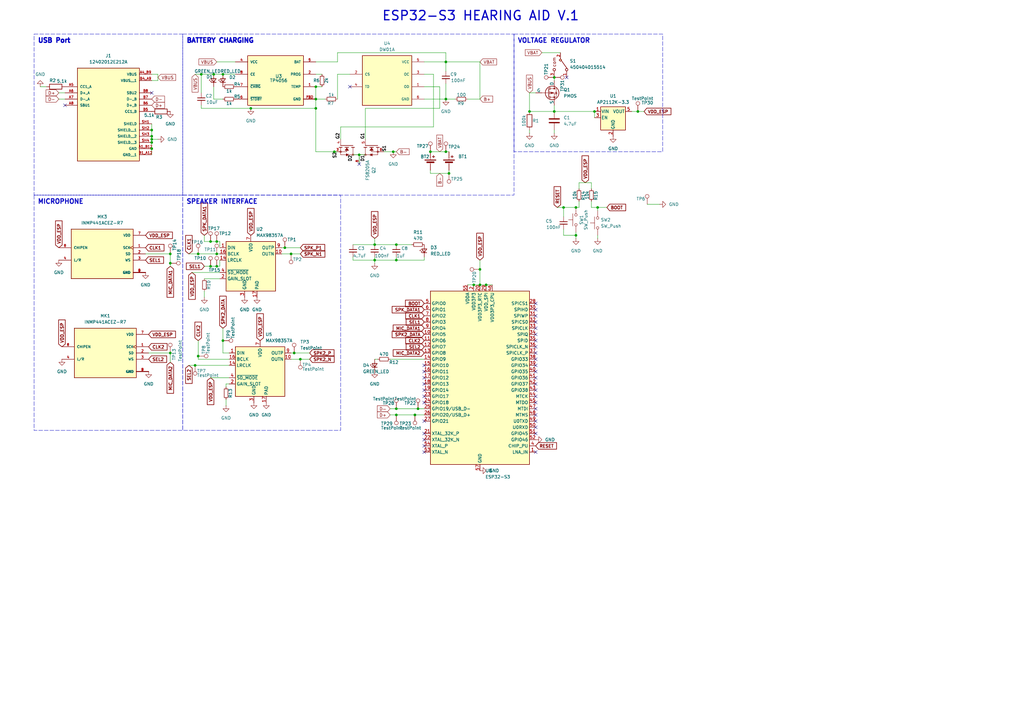
<source format=kicad_sch>
(kicad_sch (version 20231120) (generator "eeschema") (generator_version "8.0")
  (paper "A3")
  (junction (at 182.88 62.23))
  (junction (at 236.22 96.52))
  (junction (at 102.87 44.45))
  (junction (at 227.33 45.72))
  (junction (at 86.36 99.06))
  (junction (at 162.56 100.33))
  (junction (at 88.9 104.14))
  (junction (at 62.23 58.42))
  (junction (at 69.85 107.95))
  (junction (at 88.9 109.22))
  (junction (at 62.23 60.96))
  (junction (at 147.32 63.5))
  (junction (at 236.22 85.09))
  (junction (at 227.33 31.75))
  (junction (at 217.17 45.72))
  (junction (at 261.62 45.72))
  (junction (at 245.11 85.09))
  (junction (at 182.88 25.4))
  (junction (at 161.29 62.23))
  (junction (at 129.54 40.64))
  (junction (at 123.19 147.32))
  (junction (at 120.65 144.78))
  (junction (at 162.56 170.18))
  (junction (at 196.85 116.84))
  (junction (at 62.23 57.15))
  (junction (at 62.23 53.34))
  (junction (at 86.36 109.22))
  (junction (at 243.84 45.72))
  (junction (at 199.39 116.84))
  (junction (at 80.01 149.86))
  (junction (at 170.18 170.18))
  (junction (at 129.54 35.56))
  (junction (at 231.14 85.09))
  (junction (at 116.84 101.6))
  (junction (at 119.38 104.14))
  (junction (at 69.85 104.14))
  (junction (at 129.54 44.45))
  (junction (at 81.28 104.14))
  (junction (at 91.44 139.7))
  (junction (at 81.28 146.05))
  (junction (at 194.31 116.84))
  (junction (at 196.85 110.49))
  (junction (at 62.23 55.88))
  (junction (at 171.45 167.64))
  (junction (at 82.55 30.48))
  (junction (at 184.15 71.12))
  (junction (at 91.44 30.48))
  (junction (at 176.53 62.23))
  (junction (at 88.9 99.06))
  (junction (at 182.88 40.64))
  (junction (at 162.56 106.68))
  (junction (at 153.67 100.33))
  (junction (at 137.16 62.23))
  (junction (at 69.85 144.78))
  (junction (at 87.63 30.48))
  (junction (at 153.67 106.68))
  (junction (at 162.56 167.64))
  (no_connect (at 219.71 139.7))
  (no_connect (at 219.71 154.94))
  (no_connect (at 219.71 160.02))
  (no_connect (at 173.99 177.8))
  (no_connect (at 219.71 167.64))
  (no_connect (at 219.71 165.1))
  (no_connect (at 173.99 172.72))
  (no_connect (at 173.99 185.42))
  (no_connect (at 219.71 170.18))
  (no_connect (at 219.71 175.26))
  (no_connect (at 219.71 147.32))
  (no_connect (at 219.71 124.46))
  (no_connect (at 219.71 177.8))
  (no_connect (at 232.41 31.75))
  (no_connect (at 219.71 137.16))
  (no_connect (at 219.71 127))
  (no_connect (at 173.99 162.56))
  (no_connect (at 219.71 152.4))
  (no_connect (at 219.71 142.24))
  (no_connect (at 173.99 149.86))
  (no_connect (at 143.51 35.56))
  (no_connect (at 173.99 182.88))
  (no_connect (at 219.71 172.72))
  (no_connect (at 173.99 180.34))
  (no_connect (at 219.71 144.78))
  (no_connect (at 26.67 43.18))
  (no_connect (at 173.99 165.1))
  (no_connect (at 173.99 152.4))
  (no_connect (at 62.23 38.1))
  (no_connect (at 219.71 185.42))
  (no_connect (at 173.99 154.94))
  (no_connect (at 147.32 67.31))
  (no_connect (at 173.99 157.48))
  (no_connect (at 219.71 162.56))
  (no_connect (at 173.99 160.02))
  (no_connect (at 219.71 157.48))
  (no_connect (at 219.71 129.54))
  (no_connect (at 219.71 132.08))
  (no_connect (at 219.71 149.86))
  (no_connect (at 219.71 134.62))
  (wire (pts (xy 87.63 35.56) (xy 87.63 40.64)))
  (wire (pts (xy 62.23 55.88) (xy 62.23 57.15)))
  (wire (pts (xy 182.88 21.59) (xy 182.88 25.4)))
  (wire (pts (xy 129.54 35.56) (xy 129.54 40.64)))
  (wire (pts (xy 69.85 104.14) (xy 59.69 104.14)))
  (wire (pts (xy 160.02 167.64) (xy 162.56 167.64)))
  (wire (pts (xy 139.7 52.07) (xy 139.7 57.15)))
  (wire (pts (xy 77.47 149.86) (xy 80.01 149.86)))
  (wire (pts (xy 138.43 25.4) (xy 138.43 21.59)))
  (wire (pts (xy 231.14 93.98) (xy 231.14 96.52)))
  (wire (pts (xy 64.77 30.48) (xy 64.77 33.02)))
  (wire (pts (xy 77.47 104.14) (xy 81.28 104.14)))
  (wire (pts (xy 245.11 85.09) (xy 248.92 85.09)))
  (wire (pts (xy 177.8 30.48) (xy 177.8 52.07)))
  (wire (pts (xy 69.85 107.95) (xy 69.85 104.14)))
  (wire (pts (xy 196.85 116.84) (xy 199.39 116.84)))
  (wire (pts (xy 88.9 99.06) (xy 90.17 99.06)))
  (wire (pts (xy 160.02 170.18) (xy 162.56 170.18)))
  (wire (pts (xy 157.48 62.23) (xy 161.29 62.23)))
  (wire (pts (xy 82.55 30.48) (xy 82.55 38.1)))
  (wire (pts (xy 245.11 97.79) (xy 245.11 96.52)))
  (wire (pts (xy 191.77 40.64) (xy 196.85 40.64)))
  (wire (pts (xy 91.44 30.48) (xy 96.52 30.48)))
  (wire (pts (xy 64.77 57.15) (xy 62.23 57.15)))
  (wire (pts (xy 196.85 106.68) (xy 196.85 110.49)))
  (wire (pts (xy 86.36 154.94) (xy 93.98 154.94)))
  (wire (pts (xy 92.71 157.48) (xy 92.71 158.75)))
  (wire (pts (xy 81.28 104.14) (xy 88.9 104.14)))
  (wire (pts (xy 78.74 111.76) (xy 90.17 111.76)))
  (wire (pts (xy 123.19 101.6) (xy 116.84 101.6)))
  (wire (pts (xy 231.14 85.09) (xy 231.14 88.9)))
  (wire (pts (xy 83.82 96.52) (xy 83.82 99.06)))
  (wire (pts (xy 149.86 57.15) (xy 149.86 44.45)))
  (wire (pts (xy 149.86 44.45) (xy 180.34 44.45)))
  (wire (pts (xy 217.17 45.72) (xy 227.33 45.72)))
  (wire (pts (xy 173.99 40.64) (xy 182.88 40.64)))
  (wire (pts (xy 236.22 85.09) (xy 237.49 85.09)))
  (wire (pts (xy 123.19 147.32) (xy 119.38 147.32)))
  (wire (pts (xy 261.62 45.72) (xy 259.08 45.72)))
  (wire (pts (xy 83.82 109.22) (xy 86.36 109.22)))
  (wire (pts (xy 69.85 144.78) (xy 60.96 144.78)))
  (wire (pts (xy 176.53 69.85) (xy 176.53 71.12)))
  (wire (pts (xy 264.16 45.72) (xy 261.62 45.72)))
  (wire (pts (xy 161.29 62.23) (xy 162.56 62.23)))
  (wire (pts (xy 236.22 95.25) (xy 236.22 96.52)))
  (wire (pts (xy 237.49 74.93) (xy 242.57 74.93)))
  (wire (pts (xy 129.54 40.64) (xy 129.54 44.45)))
  (wire (pts (xy 180.34 44.45) (xy 180.34 35.56)))
  (wire (pts (xy 242.57 82.55) (xy 242.57 85.09)))
  (wire (pts (xy 227.33 54.61) (xy 227.33 53.34)))
  (wire (pts (xy 90.17 99.06) (xy 90.17 101.6)))
  (wire (pts (xy 144.78 63.5) (xy 147.32 63.5)))
  (wire (pts (xy 227.33 33.02) (xy 227.33 31.75)))
  (wire (pts (xy 83.82 121.92) (xy 83.82 119.38)))
  (wire (pts (xy 62.23 53.34) (xy 62.23 55.88)))
  (wire (pts (xy 173.99 105.41) (xy 173.99 106.68)))
  (wire (pts (xy 180.34 35.56) (xy 173.99 35.56)))
  (wire (pts (xy 162.56 167.64) (xy 171.45 167.64)))
  (wire (pts (xy 82.55 44.45) (xy 102.87 44.45)))
  (wire (pts (xy 228.6 85.09) (xy 231.14 85.09)))
  (wire (pts (xy 116.84 101.6) (xy 115.57 101.6)))
  (wire (pts (xy 83.82 99.06) (xy 86.36 99.06)))
  (wire (pts (xy 162.56 106.68) (xy 162.56 105.41)))
  (wire (pts (xy 69.85 109.22) (xy 69.85 107.95)))
  (wire (pts (xy 90.17 109.22) (xy 90.17 106.68)))
  (wire (pts (xy 144.78 106.68) (xy 144.78 105.41)))
  (wire (pts (xy 138.43 40.64) (xy 138.43 30.48)))
  (wire (pts (xy 81.28 147.32) (xy 93.98 147.32)))
  (wire (pts (xy 129.54 44.45) (xy 129.54 62.23)))
  (wire (pts (xy 120.65 144.78) (xy 119.38 144.78)))
  (wire (pts (xy 91.44 134.62) (xy 91.44 139.7)))
  (wire (pts (xy 243.84 45.72) (xy 243.84 48.26)))
  (wire (pts (xy 176.53 71.12) (xy 184.15 71.12)))
  (wire (pts (xy 24.13 40.64) (xy 26.67 40.64)))
  (wire (pts (xy 196.85 25.4) (xy 196.85 40.64)))
  (wire (pts (xy 83.82 114.3) (xy 90.17 114.3)))
  (wire (pts (xy 217.17 38.1) (xy 217.17 45.72)))
  (wire (pts (xy 170.18 170.18) (xy 173.99 170.18)))
  (wire (pts (xy 62.23 33.02) (xy 64.77 33.02)))
  (wire (pts (xy 62.23 57.15) (xy 62.23 58.42)))
  (wire (pts (xy 219.71 38.1) (xy 217.17 38.1)))
  (wire (pts (xy 127 144.78) (xy 120.65 144.78)))
  (wire (pts (xy 237.49 82.55) (xy 237.49 85.09)))
  (wire (pts (xy 173.99 106.68) (xy 162.56 106.68)))
  (wire (pts (xy 82.55 30.48) (xy 87.63 30.48)))
  (wire (pts (xy 182.88 34.29) (xy 182.88 40.64)))
  (wire (pts (xy 93.98 157.48) (xy 92.71 157.48)))
  (wire (pts (xy 194.31 116.84) (xy 196.85 116.84)))
  (wire (pts (xy 182.88 25.4) (xy 196.85 25.4)))
  (wire (pts (xy 88.9 109.22) (xy 90.17 109.22)))
  (wire (pts (xy 217.17 54.61) (xy 217.17 53.34)))
  (wire (pts (xy 91.44 139.7) (xy 91.44 144.78)))
  (wire (pts (xy 162.56 170.18) (xy 170.18 170.18)))
  (wire (pts (xy 154.94 147.32) (xy 153.67 147.32)))
  (wire (pts (xy 171.45 167.64) (xy 173.99 167.64)))
  (wire (pts (xy 138.43 62.23) (xy 137.16 62.23)))
  (wire (pts (xy 184.15 71.12) (xy 184.15 69.85)))
  (wire (pts (xy 26.67 38.1) (xy 24.13 38.1)))
  (wire (pts (xy 129.54 40.64) (xy 133.35 40.64)))
  (wire (pts (xy 80.01 149.86) (xy 93.98 149.86)))
  (wire (pts (xy 119.38 104.14) (xy 123.19 104.14)))
  (wire (pts (xy 227.33 43.18) (xy 227.33 45.72)))
  (wire (pts (xy 153.67 100.33) (xy 162.56 100.33)))
  (wire (pts (xy 153.67 97.79) (xy 153.67 100.33)))
  (wire (pts (xy 144.78 106.68) (xy 153.67 106.68)))
  (wire (pts (xy 91.44 144.78) (xy 93.98 144.78)))
  (wire (pts (xy 231.14 85.09) (xy 236.22 85.09)))
  (wire (pts (xy 129.54 62.23) (xy 137.16 62.23)))
  (wire (pts (xy 177.8 52.07) (xy 139.7 52.07)))
  (wire (pts (xy 191.77 116.84) (xy 194.31 116.84)))
  (wire (pts (xy 82.55 43.18) (xy 82.55 44.45)))
  (wire (pts (xy 242.57 85.09) (xy 245.11 85.09)))
  (wire (pts (xy 162.56 100.33) (xy 168.91 100.33)))
  (wire (pts (xy 129.54 35.56) (xy 132.08 35.56)))
  (wire (pts (xy 86.36 99.06) (xy 88.9 99.06)))
  (wire (pts (xy 129.54 25.4) (xy 138.43 25.4)))
  (wire (pts (xy 144.78 100.33) (xy 153.67 100.33)))
  (wire (pts (xy 62.23 50.8) (xy 62.23 53.34)))
  (wire (pts (xy 87.63 30.48) (xy 91.44 30.48)))
  (wire (pts (xy 153.67 107.95) (xy 153.67 106.68)))
  (wire (pts (xy 147.32 63.5) (xy 149.86 63.5)))
  (wire (pts (xy 86.36 109.22) (xy 88.9 109.22)))
  (wire (pts (xy 242.57 74.93) (xy 242.57 77.47)))
  (wire (pts (xy 138.43 30.48) (xy 143.51 30.48)))
  (wire (pts (xy 245.11 86.36) (xy 245.11 85.09)))
  (wire (pts (xy 160.02 147.32) (xy 173.99 147.32)))
  (wire (pts (xy 81.28 146.05) (xy 81.28 147.32)))
  (wire (pts (xy 199.39 116.84) (xy 201.93 116.84)))
  (wire (pts (xy 147.32 63.5) (xy 147.32 67.31)))
  (wire (pts (xy 123.19 147.32) (xy 127 147.32)))
  (wire (pts (xy 182.88 62.23) (xy 184.15 62.23)))
  (wire (pts (xy 153.67 106.68) (xy 162.56 106.68)))
  (wire (pts (xy 237.49 77.47) (xy 237.49 74.93)))
  (wire (pts (xy 182.88 25.4) (xy 182.88 29.21)))
  (wire (pts (xy 222.25 21.59) (xy 229.87 21.59)))
  (wire (pts (xy 265.43 83.82) (xy 270.51 83.82)))
  (wire (pts (xy 88.9 25.4) (xy 96.52 25.4)))
  (wire (pts (xy 16.51 35.56) (xy 19.05 35.56)))
  (wire (pts (xy 129.54 30.48) (xy 132.08 30.48)))
  (wire (pts (xy 153.67 106.68) (xy 153.67 105.41)))
  (wire (pts (xy 236.22 96.52) (xy 236.22 97.79)))
  (wire (pts (xy 119.38 104.14) (xy 115.57 104.14)))
  (wire (pts (xy 227.33 45.72) (xy 243.84 45.72)))
  (wire (pts (xy 87.63 40.64) (xy 91.44 40.64)))
  (wire (pts (xy 92.71 166.37) (xy 92.71 163.83)))
  (wire (pts (xy 62.23 58.42) (xy 62.23 60.96)))
  (wire (pts (xy 182.88 40.64) (xy 186.69 40.64)))
  (wire (pts (xy 62.23 30.48) (xy 64.77 30.48)))
  (wire (pts (xy 102.87 44.45) (xy 129.54 44.45)))
  (wire (pts (xy 138.43 21.59) (xy 182.88 21.59)))
  (wire (pts (xy 80.01 30.48) (xy 82.55 30.48)))
  (wire (pts (xy 173.99 30.48) (xy 177.8 30.48)))
  (wire (pts (xy 81.28 139.7) (xy 81.28 146.05)))
  (wire (pts (xy 62.23 60.96) (xy 62.23 63.5)))
  (wire (pts (xy 173.99 25.4) (xy 182.88 25.4)))
  (wire (pts (xy 88.9 104.14) (xy 90.17 104.14)))
  (wire (pts (xy 69.85 148.59) (xy 69.85 144.78)))
  (wire (pts (xy 196.85 110.49) (xy 196.85 116.84)))
  (wire (pts (xy 231.14 96.52) (xy 236.22 96.52)))
  (wire (pts (xy 176.53 62.23) (xy 182.88 62.23)))
  (rectangle (start 74.93 13.97) (end 210.82 80.01) (stroke (width 0) (type dash)))
  (rectangle (start 74.93 80.01) (end 139.7 176.53) (stroke (width 0) (type dash)))
  (rectangle (start 210.82 13.97) (end 271.78 62.23) (stroke (width 0) (type dash)))
  (rectangle (start 13.97 13.97) (end 74.93 80.01) (stroke (width 0) (type dash)))
  (rectangle (start 13.97 80.01) (end 74.93 176.53) (stroke (width 0) (type dash)))
  (text_box "BATTERY CHARGING" (at 74.93 13.97 0) (size 31.75 5.08) (stroke (width -0.0001)) (effects (font (size 1.905 1.905) (thickness 0.508) (bold yes)) (justify left top)))
  (text_box "MICROPHONE\n" (at 13.97 80.01 0) (size 33.02 5.08) (stroke (width -0.0001)) (effects (font (size 1.905 1.905) (thickness 0.381) (bold yes)) (justify left top)))
  (text_box "SPEAKER INTERFACE\n" (at 74.93 80.01 0) (size 35.56 5.08) (stroke (width -0.0001)) (effects (font (size 1.905 1.905) (thickness 0.381) (bold yes)) (justify left top)))
  (text_box "VOLTAGE REGULATOR\n" (at 210.82 13.97 0) (size 33.02 5.08) (stroke (width -0.0001)) (effects (font (size 1.905 1.905) (thickness 0.381) (bold yes)) (justify left top)))
  (text_box "USB Port\n" (at 13.97 13.97 0) (size 26.67 5.08) (stroke (width -0.0001)) (effects (font (size 1.905 1.905) (thickness 0.508) (bold yes)) (justify left top)))
  (text_box "ESP32-S3 HEARING AID V.1" (at 153.67 1.27 0) (size 91.44 8.89) (stroke (width -0.0001)) (effects (font (size 3.81 3.81) (thickness 0.508) (bold yes)) (justify left top)))
  (label "G2" (at 139.7 57.15 90) (effects (font (bold yes))))
  (label "D1" (at 149.86 63.5 270) (effects (font (bold yes))))
  (label "G1" (at 149.86 57.15 90) (effects (font (bold yes))))
  (label "S1" (at 158.75 62.23 90) (effects (font (bold yes))))
  (label "S2" (at 138.43 62.23 270) (effects (font (bold yes))))
  (label "D2" (at 144.78 63.5 270) (effects (font (bold yes))))
  (global_label "VDD_ESP" (shape input) (at 196.85 106.68 90) (effects (font (bold yes))) (property "Intersheetrefs" "${INTERSHEET_REFS}" (effects (hide yes))))
  (global_label "CLK1" (shape input) (at 59.69 101.6 0) (effects (font (bold yes))) (property "Intersheetrefs" "${INTERSHEET_REFS}" (effects (hide yes))))
  (global_label "VDD_ESP" (shape input) (at 102.87 96.52 90) (effects (font (bold yes))) (property "Intersheetrefs" "${INTERSHEET_REFS}" (effects (hide yes))))
  (global_label "SEL2" (shape input) (at 60.96 147.32 0) (effects (font (bold yes))) (property "Intersheetrefs" "${INTERSHEET_REFS}" (effects (hide yes))))
  (global_label "MIC_DATA1" (shape input) (at 173.99 134.62 180) (effects (font (bold yes))) (property "Intersheetrefs" "${INTERSHEET_REFS}" (effects (hide yes))))
  (global_label "VDD_ESP" (shape input) (at 25.4 142.24 90) (effects (font (bold yes))) (property "Intersheetrefs" "${INTERSHEET_REFS}" (effects (hide yes))))
  (global_label "MIC_DATA2" (shape input) (at 69.85 148.59 270) (effects (font (bold yes))) (property "Intersheetrefs" "${INTERSHEET_REFS}" (effects (hide yes))))
  (global_label "CLK2" (shape input) (at 173.99 139.7 180) (effects (font (bold yes))) (property "Intersheetrefs" "${INTERSHEET_REFS}" (effects (hide yes))))
  (global_label "D-" (shape input) (at 24.13 40.64 180) (property "Intersheetrefs" "${INTERSHEET_REFS}" (effects (hide yes))))
  (global_label "SEL2" (shape input) (at 173.99 142.24 180) (effects (font (bold yes))) (property "Intersheetrefs" "${INTERSHEET_REFS}" (effects (hide yes))))
  (global_label "D-" (shape input) (at 160.02 167.64 180) (property "Intersheetrefs" "${INTERSHEET_REFS}" (effects (hide yes))))
  (global_label "CLK2" (shape input) (at 81.28 139.7 90) (effects (font (bold yes))) (property "Intersheetrefs" "${INTERSHEET_REFS}" (effects (hide yes))))
  (global_label "VDD_ESP" (shape input) (at 106.68 139.7 90) (effects (font (bold yes))) (property "Intersheetrefs" "${INTERSHEET_REFS}" (effects (hide yes))))
  (global_label "SEL1" (shape input) (at 173.99 132.08 180) (effects (font (bold yes))) (property "Intersheetrefs" "${INTERSHEET_REFS}" (effects (hide yes))))
  (global_label "SPK2_N" (shape input) (at 127 147.32 0) (effects (font (bold yes))) (property "Intersheetrefs" "${INTERSHEET_REFS}" (effects (hide yes))))
  (global_label "VDD_ESP" (shape input) (at 78.74 111.76 270) (effects (font (bold yes))) (property "Intersheetrefs" "${INTERSHEET_REFS}" (effects (hide yes))))
  (global_label "SEL1" (shape input) (at 83.82 109.22 180) (effects (font (bold yes))) (property "Intersheetrefs" "${INTERSHEET_REFS}" (effects (hide yes))))
  (global_label "MIC_DATA2" (shape input) (at 173.99 144.78 180) (effects (font (bold yes))) (property "Intersheetrefs" "${INTERSHEET_REFS}" (effects (hide yes))))
  (global_label "BOOT" (shape input) (at 248.92 85.09 0) (effects (font (bold yes))) (property "Intersheetrefs" "${INTERSHEET_REFS}" (effects (hide yes))))
  (global_label "SEL1" (shape input) (at 59.69 106.68 0) (effects (font (bold yes))) (property "Intersheetrefs" "${INTERSHEET_REFS}" (effects (hide yes))))
  (global_label "VDD_ESP" (shape input) (at 240.03 74.93 90) (effects (font (bold yes))) (property "Intersheetrefs" "${INTERSHEET_REFS}" (effects (hide yes))))
  (global_label "D+" (shape input) (at 24.13 38.1 180) (property "Intersheetrefs" "${INTERSHEET_REFS}" (effects (hide yes))))
  (global_label "SPK2_DATA" (shape input) (at 173.99 137.16 180) (effects (font (bold yes))) (property "Intersheetrefs" "${INTERSHEET_REFS}" (effects (hide yes))))
  (global_label "B+" (shape input) (at 196.85 40.64 0) (property "Intersheetrefs" "${INTERSHEET_REFS}" (effects (hide yes))))
  (global_label "VBUS" (shape input) (at 80.01 30.48 270) (property "Intersheetrefs" "${INTERSHEET_REFS}" (effects (hide yes))))
  (global_label "D+" (shape input) (at 160.02 170.18 180) (property "Intersheetrefs" "${INTERSHEET_REFS}" (effects (hide yes))))
  (global_label "VDD_ESP" (shape input) (at 264.16 45.72 0) (effects (font (bold yes))) (property "Intersheetrefs" "${INTERSHEET_REFS}" (effects (hide yes))))
  (global_label "SPK_DATA1" (shape input) (at 173.99 127 180) (effects (font (bold yes))) (property "Intersheetrefs" "${INTERSHEET_REFS}" (effects (hide yes))))
  (global_label "CLK1" (shape input) (at 173.99 129.54 180) (effects (font (bold yes))) (property "Intersheetrefs" "${INTERSHEET_REFS}" (effects (hide yes))))
  (global_label "VBAT" (shape input) (at 196.85 25.4 0) (property "Intersheetrefs" "${INTERSHEET_REFS}" (effects (hide yes))))
  (global_label "VBUS" (shape input) (at 217.17 38.1 90) (property "Intersheetrefs" "${INTERSHEET_REFS}" (effects (hide yes))))
  (global_label "VDD_ESP" (shape input) (at 59.69 96.52 0) (effects (font (bold yes))) (property "Intersheetrefs" "${INTERSHEET_REFS}" (effects (hide yes))))
  (global_label "CLK2" (shape input) (at 60.96 142.24 0) (effects (font (bold yes))) (property "Intersheetrefs" "${INTERSHEET_REFS}" (effects (hide yes))))
  (global_label "B-" (shape input) (at 180.34 71.12 270) (property "Intersheetrefs" "${INTERSHEET_REFS}" (effects (hide yes))))
  (global_label "D+" (shape input) (at 62.23 43.18 0) (property "Intersheetrefs" "${INTERSHEET_REFS}" (effects (hide yes))))
  (global_label "SPK_DATA1" (shape input) (at 83.82 96.52 90) (effects (font (bold yes))) (property "Intersheetrefs" "${INTERSHEET_REFS}" (effects (hide yes))))
  (global_label "SEL2" (shape input) (at 77.47 149.86 270) (effects (font (bold yes))) (property "Intersheetrefs" "${INTERSHEET_REFS}" (effects (hide yes))))
  (global_label "MIC_DATA1" (shape input) (at 69.85 109.22 270) (effects (font (bold yes))) (property "Intersheetrefs" "${INTERSHEET_REFS}" (effects (hide yes))))
  (global_label "VDD_ESP" (shape input) (at 153.67 97.79 90) (effects (font (bold yes))) (property "Intersheetrefs" "${INTERSHEET_REFS}" (effects (hide yes))))
  (global_label "D-" (shape input) (at 62.23 40.64 0) (property "Intersheetrefs" "${INTERSHEET_REFS}" (effects (hide yes))))
  (global_label "VDD_ESP" (shape input) (at 24.13 101.6 90) (effects (font (bold yes))) (property "Intersheetrefs" "${INTERSHEET_REFS}" (effects (hide yes))))
  (global_label "VBUS" (shape input) (at 64.77 31.75 0) (property "Intersheetrefs" "${INTERSHEET_REFS}" (effects (hide yes))))
  (global_label "VBUS" (shape input) (at 88.9 25.4 180) (property "Intersheetrefs" "${INTERSHEET_REFS}" (effects (hide yes))))
  (global_label "BOOT" (shape input) (at 173.99 124.46 180) (effects (font (bold yes))) (property "Intersheetrefs" "${INTERSHEET_REFS}" (effects (hide yes))))
  (global_label "VBAT" (shape input) (at 180.34 62.23 90) (property "Intersheetrefs" "${INTERSHEET_REFS}" (effects (hide yes))))
  (global_label "SPK_P1" (shape input) (at 123.19 101.6 0) (effects (font (bold yes))) (property "Intersheetrefs" "${INTERSHEET_REFS}" (effects (hide yes))))
  (global_label "SPK2_P" (shape input) (at 127 144.78 0) (effects (font (bold yes))) (property "Intersheetrefs" "${INTERSHEET_REFS}" (effects (hide yes))))
  (global_label "RESET" (shape input) (at 228.6 85.09 90) (effects (font (bold yes))) (property "Intersheetrefs" "${INTERSHEET_REFS}" (effects (hide yes))))
  (global_label "CLK1" (shape input) (at 77.47 104.14 90) (effects (font (bold yes))) (property "Intersheetrefs" "${INTERSHEET_REFS}" (effects (hide yes))))
  (global_label "VBAT" (shape input) (at 222.25 21.59 180) (property "Intersheetrefs" "${INTERSHEET_REFS}" (effects (hide yes))))
  (global_label "B-" (shape input) (at 162.56 62.23 0) (property "Intersheetrefs" "${INTERSHEET_REFS}" (effects (hide yes))))
  (global_label "SPK_N1" (shape input) (at 123.19 104.14 0) (effects (font (bold yes))) (property "Intersheetrefs" "${INTERSHEET_REFS}" (effects (hide yes))))
  (global_label "VDD_ESP" (shape input) (at 60.96 137.16 0) (effects (font (bold yes))) (property "Intersheetrefs" "${INTERSHEET_REFS}" (effects (hide yes))))
  (global_label "SPK2_DATA" (shape input) (at 91.44 134.62 90) (effects (font (bold yes))) (property "Intersheetrefs" "${INTERSHEET_REFS}" (effects (hide yes))))
  (global_label "RESET" (shape input) (at 219.71 182.88 0) (effects (font (bold yes))) (property "Intersheetrefs" "${INTERSHEET_REFS}" (effects (hide yes))))
  (global_label "VDD_ESP" (shape input) (at 86.36 154.94 270) (effects (font (bold yes))) (property "Intersheetrefs" "${INTERSHEET_REFS}" (effects (hide yes))))
  (symbol (lib_id "power:GND") (at 100.33 121.92 0) (unit 1)
    (property "Reference" "#PWR012" (effects (hide yes)))
    (property "Value" "GND" (at 100.33 127 0))
    (property "Description" "Power symbol creates a global label with name \"GND\" , ground" (effects (hide yes)))
  )
  (symbol (lib_id "Connector:TestPoint") (at 69.85 144.78 0) (unit 1)
    (property "Reference" "TP13" (at 71.374 147.828 90) (effects (justify left)))
    (property "Value" "TestPoint" (at 73.9141 148.336 90) (effects (justify left)))
    (property "Footprint" "MountingHole:Mounting_Pad_Square" (effects (hide yes)))
    (property "Description" "test point" (effects (hide yes)))
  )
  (symbol (lib_id "Connector:TestPoint") (at 162.56 167.64 0) (unit 1)
    (property "Reference" "TP28" (at 161.798 165.354 0) (effects (justify right)))
    (property "Value" "TestPoint" (at 161.798 163.576 0) (effects (justify right)))
    (property "Footprint" "MountingHole:Mounting_Pad_Square" (effects (hide yes)))
    (property "Description" "test point" (effects (hide yes)))
  )
  (symbol (lib_id "power:GND") (at 104.14 165.1 0) (unit 1)
    (property "Reference" "#PWR016" (effects (hide yes)))
    (property "Value" "GND" (at 104.14 170.18 0))
    (property "Description" "Power symbol creates a global label with name \"GND\" , ground" (effects (hide yes)))
  )
  (symbol (lib_id "power:GND") (at 236.22 97.79 0) (unit 1)
    (property "Reference" "#PWR05" (effects (hide yes)))
    (property "Value" "GND" (at 236.22 102.87 0))
    (property "Description" "Power symbol creates a global label with name \"GND\" , ground" (effects (hide yes)))
  )
  (symbol (lib_id "Device:C_Small") (at 182.88 31.75 0) (unit 1)
    (property "Reference" "C9" (at 184.658 30.48 0) (effects (justify left)))
    (property "Value" "100nF" (at 184.912 33.02 0) (effects (justify left)))
    (property "Footprint" "Capacitor_SMD:C_0402_1005Metric_Pad0.74x0.62mm_HandSolder" (effects (hide yes)))
    (property "Description" "Unpolarized capacitor, small symbol" (effects (hide yes)))
  )
  (symbol (lib_id "Connector:TestPoint") (at 227.33 31.75 90) (unit 1)
    (property "Reference" "TP21" (at 224.028 25.908 0) (effects (justify right)))
    (property "Value" "TestPoint" (effects (hide yes)))
    (property "Footprint" "MountingHole:Mounting_Pad_Square" (effects (hide yes)))
    (property "Description" "test point" (effects (hide yes)))
  )
  (symbol (lib_id "Simulation_SPICE:PMOS") (at 224.79 38.1 0) (unit 1)
    (property "Reference" "Q1" (at 231.14 36.8299 0) (effects (justify left)))
    (property "Value" "PMOS" (at 231.14 39.3699 0) (effects (justify left)))
    (property "Footprint" "footprints:DMP3099L-7" (effects (hide yes)))
    (property "Datasheet" "https://ngspice.sourceforge.io/docs/ngspice-html-manual/manual.xhtml#cha_MOSFETs" (effects (hide yes)))
    (property "Description" "P-MOSFET transistor, drain/source/gate" (effects (hide yes)))
    (property "Sim.Device" "PMOS" (effects (hide yes)))
    (property "Sim.Type" "VDMOS" (effects (hide yes)))
    (property "Sim.Pins" "1=D 2=G 3=S" (effects (hide yes)))
  )
  (symbol (lib_id "Device:LED_Small") (at 153.67 149.86 90) (unit 1)
    (property "Reference" "D4" (at 148.844 149.86 90) (effects (justify right)))
    (property "Value" "GREEN_LED" (at 148.844 152.4 90) (effects (justify right)))
    (property "Footprint" "LED_SMD:LED_0402_1005Metric" (effects (hide yes)))
    (property "Description" "Light emitting diode, small symbol" (effects (hide yes)))
  )
  (symbol (lib_id "DW01A:DW01A") (at 158.75 33.02 0) (unit 1)
    (property "Reference" "U4" (at 158.75 17.78 0))
    (property "Value" "DW01A" (at 158.75 20.32 0))
    (property "Footprint" "DW01A:SOT95P280X145-6N" (effects (hide yes)))
    (property "MF" "Fortune Semiconductor" (effects (hide yes)))
    (property "SNAPEDA_PACKAGE_ID" "103849" (effects (hide yes)))
    (property "Package" "SOT-23-6 Fortune Semiconductor" (effects (hide yes)))
    (property "Price" "None" (effects (hide yes)))
    (property "Check_prices" "https://www.snapeda.com/parts/DW01A/Fortune+Semiconductor/view-part/?ref=eda" (effects (hide yes)))
    (property "STANDARD" "IPC 7351B" (effects (hide yes)))
    (property "PARTREV" "1.8" (effects (hide yes)))
    (property "SnapEDA_Link" "https://www.snapeda.com/parts/DW01A/Fortune+Semiconductor/view-part/?ref=snap" (effects (hide yes)))
    (property "MP" "DW01A" (effects (hide yes)))
    (property "Description_1" "\n                        \n                            One Cell Lithium-ion/Polymer Battery Protection IC\n                        \n" (effects (hide yes)))
    (property "MANUFACTURER" "Fortune Semiconductor" (effects (hide yes)))
    (property "Availability" "Not in stock" (effects (hide yes)))
    (property "MAXIMUM_PACKAGE_HEIGHT" "1.45mm" (effects (hide yes)))
  )
  (symbol (lib_id "Connector:TestPoint") (at 116.84 101.6 0) (unit 1)
    (property "Reference" "TP1" (at 117.856 98.298 0) (effects (justify left)))
    (property "Value" "TestPoint" (effects (hide yes)))
    (property "Footprint" "MountingHole:Mounting_Pad_Square" (effects (hide yes)))
    (property "Description" "test point" (effects (hide yes)))
  )
  (symbol (lib_id "power:GND") (at 270.51 83.82 90) (unit 1)
    (property "Reference" "#PWR021" (effects (hide yes)))
    (property "Value" "GND" (at 274.32 83.8199 90) (effects (justify right)))
    (property "Description" "Power symbol creates a global label with name \"GND\" , ground" (effects (hide yes)))
  )
  (symbol (lib_id "12402012E212A:12402012E212A") (at 44.45 40.64 0) (unit 1)
    (property "Reference" "J1" (at 44.45 22.86 0))
    (property "Value" "12402012E212A" (at 44.45 25.4 0))
    (property "Footprint" "12402012E212A:AMPHENOL_12402012E212A" (effects (hide yes)))
    (property "PARTREV" "4" (effects (hide yes)))
    (property "STANDARD" "Manufacturer Recommendations" (effects (hide yes)))
    (property "MAXIMUM_PACKAGE_HEIGHT" "3.26 mm" (effects (hide yes)))
    (property "MANUFACTURER" "Amphenol" (effects (hide yes)))
  )
  (symbol (lib_id "power:GND") (at 217.17 54.61 0) (unit 1)
    (property "Reference" "#PWR03" (effects (hide yes)))
    (property "Value" "GND" (at 217.17 59.69 0))
    (property "Description" "Power symbol creates a global label with name \"GND\" , ground" (effects (hide yes)))
  )
  (symbol (lib_id "MCU_Espressif:ESP32-S3") (at 196.85 154.94 0) (unit 1)
    (property "Reference" "U8" (at 199.0441 193.04 0) (effects (justify left)))
    (property "Value" "ESP32-S3" (at 199.0441 195.58 0) (effects (justify left)))
    (property "Footprint" "Package_DFN_QFN:QFN-56-1EP_7x7mm_P0.4mm_EP4x4mm" (effects (hide yes)))
    (property "Datasheet" "https://www.espressif.com/sites/default/files/documentation/esp32-s3_datasheet_en.pdf" (effects (hide yes)))
    (property "Description" "Microcontroller, Wi-Fi 802.11b/g/n, Bluetooth, 32bit" (effects (hide yes)))
  )
  (symbol (lib_id "Switch:SW_Push") (at 236.22 90.17 90) (unit 1)
    (property "Reference" "SW1" (at 238.506 90.17 0))
    (property "Value" "SW_Push" (at 240.284 90.17 0))
    (property "Footprint" "B3U-1000P:SW_B3U-1000P" (effects (hide yes)))
    (property "Description" "Push button switch, generic, two pins" (effects (hide yes)))
  )
  (symbol (lib_id "Connector:TestPoint") (at 86.36 99.06 0) (unit 1)
    (property "Reference" "TP17" (at 90.17 93.726 0) (effects (justify right)))
    (property "Value" "TestPoint" (effects (hide yes)))
    (property "Footprint" "MountingHole:Mounting_Pad_Square" (effects (hide yes)))
    (property "Description" "test point" (effects (hide yes)))
  )
  (symbol (lib_id "Device:R_Small") (at 132.08 33.02 180) (unit 1)
    (property "Reference" "R6" (at 129.794 33.02 0))
    (property "Value" "2k" (at 133.858 33.02 90))
    (property "Footprint" "Resistor_SMD:R_0402_1005Metric_Pad0.72x0.64mm_HandSolder" (effects (hide yes)))
    (property "Description" "Resistor, small symbol" (effects (hide yes)))
  )
  (symbol (lib_id "Connector:TestPoint") (at 182.88 62.23 0) (unit 1)
    (property "Reference" "TP24" (at 188.722 60.198 0) (effects (justify right)))
    (property "Value" "TestPoint" (effects (hide yes)))
    (property "Footprint" "MountingHole:Mounting_Pad_Square" (effects (hide yes)))
    (property "Description" "test point" (effects (hide yes)))
  )
  (symbol (lib_id "Device:LED_Small") (at 87.63 33.02 90) (unit 1)
    (property "Reference" "D1" (at 84.582 31.496 90) (effects (justify right)))
    (property "Value" "GREEN_LED" (at 79.756 29.21 90) (effects (justify right)))
    (property "Footprint" "LED_SMD:LED_0402_1005Metric" (effects (hide yes)))
    (property "Description" "Light emitting diode, small symbol" (effects (hide yes)))
  )
  (symbol (lib_id "Connector:TestPoint") (at 123.19 147.32 180) (unit 1)
    (property "Reference" "TP4" (at 123.952 149.606 0) (effects (justify right)))
    (property "Value" "TestPoint" (at 123.952 151.384 0) (effects (justify right)))
    (property "Footprint" "MountingHole:Mounting_Pad_Square" (effects (hide yes)))
    (property "Description" "test point" (effects (hide yes)))
  )
  (symbol (lib_id "Device:C_Small") (at 162.56 102.87 0) (unit 1)
    (property "Reference" "C8" (at 164.592 101.854 0) (effects (justify left)))
    (property "Value" "1uF" (at 162.56 104.902 0) (effects (justify left)))
    (property "Footprint" "Capacitor_SMD:C_0402_1005Metric_Pad0.74x0.62mm_HandSolder" (effects (hide yes)))
    (property "Description" "Unpolarized capacitor, small symbol" (effects (hide yes)))
  )
  (symbol (lib_id "Connector:TestPoint") (at 184.15 71.12 180) (unit 1)
    (property "Reference" "TP25" (at 184.912 73.406 0) (effects (justify right)))
    (property "Value" "TestPoint" (effects (hide yes)))
    (property "Footprint" "MountingHole:Mounting_Pad_Square" (effects (hide yes)))
    (property "Description" "test point" (effects (hide yes)))
  )
  (symbol (lib_id "power:GND") (at 92.71 166.37 0) (mirror y) (unit 1)
    (property "Reference" "#PWR08" (effects (hide yes)))
    (property "Value" "GND" (at 92.71 171.45 0))
    (property "Description" "Power symbol creates a global label with name \"GND\" , ground" (effects (hide yes)))
  )
  (symbol (lib_id "Device:Battery_Cell") (at 176.53 67.31 0) (unit 1)
    (property "Reference" "BT2" (at 172.466 64.262 0) (effects (justify left)))
    (property "Value" "Battery_Cell" (effects (hide yes)))
    (property "Footprint" "Battery:BatteryHolder_Keystone_3034_1x20mm_CustomCourtyard" (effects (hide yes)))
    (property "Description" "Single-cell battery" (effects (hide yes)))
  )
  (symbol (lib_id "450404015514:450404015514") (at 229.87 26.67 270) (unit 1)
    (property "Reference" "S1" (at 233.68 25.0189 90) (effects (justify left)))
    (property "Value" "450404015514" (at 233.68 27.5589 90) (effects (justify left)))
    (property "Footprint" "450404015514:450404015514" (effects (hide yes)))
    (property "IR" "300mA" (effects (hide yes)))
    (property "QTY" "150" (effects (hide yes)))
    (property "PACKAGING" "Tape and Reel" (effects (hide yes)))
    (property "VR" "5V(DC)" (effects (hide yes)))
    (property "DATASHEET-URL" "https://www.we-online.com/catalog/datasheet/450404015514.pdf" (effects (hide yes)))
    (property "PART-NUMBER" "450404015514" (effects (hide yes)))
  )
  (symbol (lib_id "power:GND") (at 105.41 121.92 0) (unit 1)
    (property "Reference" "#PWR013" (effects (hide yes)))
    (property "Value" "GND" (at 105.41 127 0))
    (property "Description" "Power symbol creates a global label with name \"GND\" , ground" (effects (hide yes)))
  )
  (symbol (lib_id "power:GND") (at 227.33 54.61 0) (unit 1)
    (property "Reference" "#PWR04" (effects (hide yes)))
    (property "Value" "GND" (at 227.33 59.69 0))
    (property "Description" "Power symbol creates a global label with name \"GND\" , ground" (effects (hide yes)))
  )
  (symbol (lib_id "power:GND") (at 83.82 121.92 0) (unit 1)
    (property "Reference" "#PWR018" (effects (hide yes)))
    (property "Value" "GND" (at 83.82 127 0))
    (property "Description" "Power symbol creates a global label with name \"GND\" , ground" (effects (hide yes)))
  )
  (symbol (lib_id "Device:LED_Small") (at 91.44 33.02 90) (unit 1)
    (property "Reference" "D2" (at 93.98 31.6864 90) (effects (justify right)))
    (property "Value" "RED_LED" (at 90.424 29.21 90) (effects (justify right)))
    (property "Footprint" "LED_SMD:LED_0402_1005Metric" (effects (hide yes)))
    (property "Description" "Light emitting diode, small symbol" (effects (hide yes)))
  )
  (symbol (lib_id "Connector:TestPoint") (at 120.65 144.78 0) (unit 1)
    (property "Reference" "TP3" (at 123.19 140.2079 0) (effects (justify left)))
    (property "Value" "TestPoint" (at 123.19 142.7479 0) (effects (justify left)))
    (property "Footprint" "MountingHole:Mounting_Pad_Square" (effects (hide yes)))
    (property "Description" "test point" (effects (hide yes)))
  )
  (symbol (lib_id "Audio:MAX98357A") (at 106.68 152.4 0) (unit 1)
    (property "Reference" "U5" (at 108.8741 137.16 0) (effects (justify left)))
    (property "Value" "MAX98357A" (at 108.8741 139.7 0) (effects (justify left)))
    (property "Footprint" "Package_DFN_QFN:TQFN-16-1EP_3x3mm_P0.5mm_EP1.23x1.23mm" (effects (hide yes)))
    (property "Datasheet" "https://www.analog.com/media/en/technical-documentation/data-sheets/MAX98357A-MAX98357B.pdf" (effects (hide yes)))
    (property "Description" "Mono DAC with amplifier, I2S, PCM, TDM, 32-bit, 96khz, 3.2W, TQFP-16" (effects (hide yes)))
  )
  (symbol (lib_id "INMP441ACEZ-R7:INMP441ACEZ-R7") (at 41.91 104.14 0) (unit 1)
    (property "Reference" "MK3" (at 41.91 88.9 0))
    (property "Value" "INMP441ACEZ-R7" (at 41.91 91.44 0))
    (property "Footprint" "INMP441ACEZ-R7:MIC_INMP441ACEZ-R7" (effects (hide yes)))
    (property "MF" "TDK InvenSense" (effects (hide yes)))
    (property "MAXIMUM_PACKAGE_HEIGHT" "1.05 mm" (effects (hide yes)))
    (property "Package" "LGA-9 TDK InvenSense" (effects (hide yes)))
    (property "Price" "None" (effects (hide yes)))
    (property "Check_prices" "https://www.snapeda.com/parts/INMP441ACEZ-R7/TDK/view-part/?ref=eda" (effects (hide yes)))
    (property "STANDARD" "Manufacturer Recommendations" (effects (hide yes)))
    (property "PARTREV" "1.1" (effects (hide yes)))
    (property "SnapEDA_Link" "https://www.snapeda.com/parts/INMP441ACEZ-R7/TDK/view-part/?ref=snap" (effects (hide yes)))
    (property "MP" "INMP441ACEZ-R7" (effects (hide yes)))
    (property "Description_1" "\n                        \n                            60 Hz ~ 15 kHz Digital, I2S Microphone MEMS (Silicon) 1.62 V ~ 3.63 V Omnidirectional (-26dB ±3dB @ 94dB SPL) Solder Pads\n                        \n" (effects (hide yes)))
    (property "Availability" "In Stock" (effects (hide yes)))
    (property "MANUFACTURER" "TDK InvenSense" (effects (hide yes)))
  )
  (symbol (lib_id "power:GND") (at 69.85 45.72 0) (unit 1)
    (property "Reference" "#PWR010" (effects (hide yes)))
    (property "Value" "GND" (at 69.85 50.8 0))
    (property "Description" "Power symbol creates a global label with name \"GND\" , ground" (effects (hide yes)))
  )
  (symbol (lib_id "Device:R_Small") (at 92.71 161.29 0) (unit 1)
    (property "Reference" "R13" (at 94.488 161.29 90))
    (property "Value" "100k" (effects (hide yes)))
    (property "Footprint" "Resistor_SMD:R_0402_1005Metric" (effects (hide yes)))
    (property "Description" "Resistor, small symbol" (effects (hide yes)))
  )
  (symbol (lib_id "Device:R") (at 66.04 45.72 90) (unit 1)
    (property "Reference" "R3" (at 65.278 48.006 90))
    (property "Value" "5.1k" (at 61.214 47.244 90))
    (property "Footprint" "Resistor_SMD:R_0402_1005Metric_Pad0.72x0.64mm_HandSolder" (effects (hide yes)))
    (property "Description" "Resistor" (effects (hide yes)))
  )
  (symbol (lib_id "power:GND") (at 245.11 97.79 0) (unit 1)
    (property "Reference" "#PWR027" (effects (hide yes)))
    (property "Value" "GND" (at 245.11 102.87 0))
    (property "Description" "Power symbol creates a global label with name \"GND\" , ground" (effects (hide yes)))
  )
  (symbol (lib_id "Device:C") (at 227.33 49.53 0) (unit 1)
    (property "Reference" "C1" (at 231.14 48.2599 0) (effects (justify left)))
    (property "Value" "4.7uF" (at 231.14 50.7999 0) (effects (justify left)))
    (property "Footprint" "Capacitor_SMD:C_0402_1005Metric_Pad0.74x0.62mm_HandSolder" (effects (hide yes)))
    (property "Description" "Unpolarized capacitor" (effects (hide yes)))
  )
  (symbol (lib_id "Device:C_Small") (at 153.67 102.87 0) (unit 1)
    (property "Reference" "C4" (at 155.702 101.854 0) (effects (justify left)))
    (property "Value" "100nF" (at 153.67 104.902 0) (effects (justify left)))
    (property "Footprint" "Capacitor_SMD:C_0402_1005Metric_Pad0.74x0.62mm_HandSolder" (effects (hide yes)))
    (property "Description" "Unpolarized capacitor, small symbol" (effects (hide yes)))
  )
  (symbol (lib_id "power:GND") (at 24.13 106.68 0) (unit 1)
    (property "Reference" "#PWR023" (effects (hide yes)))
    (property "Value" "GND" (at 24.13 111.76 0))
    (property "Description" "Power symbol creates a global label with name \"GND\" , ground" (effects (hide yes)))
  )
  (symbol (lib_id "Connector:TestPoint") (at 81.28 104.14 0) (unit 1)
    (property "Reference" "TP16" (at 83.312 99.314 0) (effects (justify right)))
    (property "Value" "TestPoint" (effects (hide yes)))
    (property "Footprint" "MountingHole:Mounting_Pad_Square" (effects (hide yes)))
    (property "Description" "test point" (effects (hide yes)))
  )
  (symbol (lib_id "Device:Battery_Cell") (at 184.15 67.31 0) (unit 1)
    (property "Reference" "BT1" (at 187.96 64.1984 0) (effects (justify left)))
    (property "Value" "Battery_Cell" (effects (hide yes)))
    (property "Footprint" "Battery:BatteryHolder_Keystone_3034_1x20mm_CustomCourtyard" (effects (hide yes)))
    (property "Description" "Single-cell battery" (effects (hide yes)))
  )
  (symbol (lib_id "power:GND") (at 60.96 152.4 0) (unit 1)
    (property "Reference" "#PWR020" (effects (hide yes)))
    (property "Value" "GND" (at 60.96 157.48 0))
    (property "Description" "Power symbol creates a global label with name \"GND\" , ground" (effects (hide yes)))
  )
  (symbol (lib_id "Device:C_Small") (at 82.55 40.64 0) (unit 1)
    (property "Reference" "C2" (at 84.328 39.37 0) (effects (justify left)))
    (property "Value" "10uF" (at 84.582 41.91 0) (effects (justify left)))
    (property "Footprint" "Capacitor_SMD:C_0402_1005Metric_Pad0.74x0.62mm_HandSolder" (effects (hide yes)))
    (property "Description" "Unpolarized capacitor, small symbol" (effects (hide yes)))
  )
  (symbol (lib_id "power:GND") (at 182.88 40.64 0) (unit 1)
    (property "Reference" "#PWR017" (effects (hide yes)))
    (property "Value" "GND" (at 182.88 45.72 0))
    (property "Description" "Power symbol creates a global label with name \"GND\" , ground" (effects (hide yes)))
  )
  (symbol (lib_id "Audio:MAX98357A") (at 102.87 109.22 0) (unit 1)
    (property "Reference" "U2" (at 105.0641 93.98 0) (effects (justify left)))
    (property "Value" "MAX98357A" (at 105.0641 96.52 0) (effects (justify left)))
    (property "Footprint" "Package_DFN_QFN:TQFN-16-1EP_3x3mm_P0.5mm_EP1.23x1.23mm" (effects (hide yes)))
    (property "Datasheet" "https://www.analog.com/media/en/technical-documentation/data-sheets/MAX98357A-MAX98357B.pdf" (effects (hide yes)))
    (property "Description" "Mono DAC with amplifier, I2S, PCM, TDM, 32-bit, 96khz, 3.2W, TQFP-16" (effects (hide yes)))
  )
  (symbol (lib_id "Connector:TestPoint") (at 86.36 109.22 0) (unit 1)
    (property "Reference" "TP10" (at 84.582 105.918 0) (effects (justify right)))
    (property "Value" "TestPoint" (effects (hide yes)))
    (property "Footprint" "MountingHole:Mounting_Pad_Square" (effects (hide yes)))
    (property "Description" "test point" (effects (hide yes)))
  )
  (symbol (lib_id "Switch:SW_Push") (at 245.11 91.44 90) (unit 1)
    (property "Reference" "SW2" (at 246.38 90.1699 90) (effects (justify right)))
    (property "Value" "SW_Push" (at 246.38 92.7099 90) (effects (justify right)))
    (property "Footprint" "B3U-1000P:SW_B3U-1000P" (effects (hide yes)))
    (property "Description" "Push button switch, generic, two pins" (effects (hide yes)))
  )
  (symbol (lib_id "Connector:TestPoint") (at 119.38 104.14 180) (unit 1)
    (property "Reference" "TP2" (at 120.142 106.426 0) (effects (justify right)))
    (property "Value" "TestPoint" (effects (hide yes)))
    (property "Footprint" "MountingHole:Mounting_Pad_Square" (effects (hide yes)))
    (property "Description" "test point" (effects (hide yes)))
  )
  (symbol (lib_id "Connector:TestPoint") (at 265.43 83.82 0) (unit 1)
    (property "Reference" "TP6" (at 264.668 81.534 0) (effects (justify right)))
    (property "Value" "TestPoint" (effects (hide yes)))
    (property "Footprint" "MountingHole:Mounting_Pad_Square" (effects (hide yes)))
    (property "Description" "test point" (effects (hide yes)))
  )
  (symbol (lib_id "Device:R_Small") (at 237.49 80.01 0) (unit 1)
    (property "Reference" "R14" (at 239.268 80.264 90))
    (property "Value" "10k" (at 235.712 80.01 90))
    (property "Footprint" "Resistor_SMD:R_0402_1005Metric_Pad0.72x0.64mm_HandSolder" (effects (hide yes)))
    (property "Description" "Resistor, small symbol" (effects (hide yes)))
  )
  (symbol (lib_id "power:GND") (at 25.4 147.32 0) (unit 1)
    (property "Reference" "#PWR024" (effects (hide yes)))
    (property "Value" "GND" (at 25.4 152.4 0))
    (property "Description" "Power symbol creates a global label with name \"GND\" , ground" (effects (hide yes)))
  )
  (symbol (lib_id "power:GND") (at 59.69 111.76 0) (unit 1)
    (property "Reference" "#PWR07" (effects (hide yes)))
    (property "Value" "GND" (at 59.69 116.84 0))
    (property "Description" "Power symbol creates a global label with name \"GND\" , ground" (effects (hide yes)))
  )
  (symbol (lib_id "power:GND") (at 64.77 57.15 90) (unit 1)
    (property "Reference" "#PWR09" (effects (hide yes)))
    (property "Value" "GND" (at 68.58 57.1499 90) (effects (justify right)))
    (property "Description" "Power symbol creates a global label with name \"GND\" , ground" (effects (hide yes)))
  )
  (symbol (lib_id "Connector:TestPoint") (at 69.85 107.95 270) (unit 1)
    (property "Reference" "TP18" (at 73.406 106.934 0) (effects (justify right)))
    (property "Value" "TestPoint" (effects (hide yes)))
    (property "Footprint" "MountingHole:Mounting_Pad_Square" (effects (hide yes)))
    (property "Description" "test point" (effects (hide yes)))
  )
  (symbol (lib_id "power:GND") (at 219.71 180.34 90) (unit 1)
    (property "Reference" "#PWR025" (effects (hide yes)))
    (property "Value" "GND" (at 223.52 180.3399 90) (effects (justify right)))
    (property "Description" "Power symbol creates a global label with name \"GND\" , ground" (effects (hide yes)))
  )
  (symbol (lib_id "power:GND") (at 161.29 62.23 0) (unit 1)
    (property "Reference" "#PWR015" (effects (hide yes)))
    (property "Value" "GND" (at 161.29 67.31 0))
    (property "Description" "Power symbol creates a global label with name \"GND\" , ground" (effects (hide yes)))
  )
  (symbol (lib_id "Device:R_Small") (at 157.48 147.32 90) (unit 1)
    (property "Reference" "R12" (at 161.544 148.59 90))
    (property "Value" "470" (at 157.48 145.288 90))
    (property "Footprint" "Resistor_SMD:R_0402_1005Metric" (effects (hide yes)))
    (property "Description" "Resistor, small symbol" (effects (hide yes)))
  )
  (symbol (lib_id "Connector:TestPoint") (at 162.56 170.18 180) (unit 1)
    (property "Reference" "TP29" (at 156.21 173.736 0) (effects (justify right)))
    (property "Value" "TestPoint" (at 156.21 175.514 0) (effects (justify right)))
    (property "Footprint" "MountingHole:Mounting_Pad_Square" (effects (hide yes)))
    (property "Description" "test point" (effects (hide yes)))
  )
  (symbol (lib_id "Device:R_Small") (at 171.45 100.33 90) (unit 1)
    (property "Reference" "R11" (at 171.45 95.25 90))
    (property "Value" "470" (at 171.45 97.79 90))
    (property "Footprint" "Resistor_SMD:R_0402_1005Metric" (effects (hide yes)))
    (property "Description" "Resistor, small symbol" (effects (hide yes)))
  )
  (symbol (lib_id "Connector:TestPoint") (at 69.85 104.14 0) (unit 1)
    (property "Reference" "TP14" (at 71.628 102.87 90) (effects (justify left)))
    (property "Value" "TestPoint" (effects (hide yes)))
    (property "Footprint" "MountingHole:Mounting_Pad_Square" (effects (hide yes)))
    (property "Description" "test point" (effects (hide yes)))
  )
  (symbol (lib_id "power:GND") (at 102.87 44.45 0) (unit 1)
    (property "Reference" "#PWR011" (effects (hide yes)))
    (property "Value" "GND" (at 102.87 49.53 0))
    (property "Description" "Power symbol creates a global label with name \"GND\" , ground" (effects (hide yes)))
  )
  (symbol (lib_id "FS8205A:FS8205A") (at 147.32 62.23 270) (unit 1)
    (property "Reference" "Q2" (at 153.2892 69.85 0))
    (property "Value" "FS8205A" (at 150.7492 69.85 0))
    (property "Footprint" "Package_TO_SOT_SMD:SOT-23-6" (effects (hide yes)))
    (property "MF" "Fortune Semiconductor" (effects (hide yes)))
    (property "MAXIMUM_PACKAGE_HEIGHT" "1.2mm" (effects (hide yes)))
    (property "Package" "Package" (effects (hide yes)))
    (property "Price" "None" (effects (hide yes)))
    (property "Check_prices" "https://www.snapeda.com/parts/FS8205A/Fortune+Semiconductor/view-part/?ref=eda" (effects (hide yes)))
    (property "STANDARD" "IPC 7351B" (effects (hide yes)))
    (property "PARTREV" "1.7" (effects (hide yes)))
    (property "SnapEDA_Link" "https://www.snapeda.com/parts/FS8205A/Fortune+Semiconductor/view-part/?ref=snap" (effects (hide yes)))
    (property "MP" "FS8205A" (effects (hide yes)))
    (property "Description_1" "\n                        \n                            \n                        \n" (effects (hide yes)))
    (property "Availability" "In Stock" (effects (hide yes)))
    (property "MANUFACTURER" "Fortune Semiconductor" (effects (hide yes)))
  )
  (symbol (lib_id "Device:R_Small") (at 93.98 35.56 90) (unit 1)
    (property "Reference" "R4" (at 97.282 34.544 90))
    (property "Value" "1k" (at 93.98 37.338 90))
    (property "Footprint" "Resistor_SMD:R_0402_1005Metric_Pad0.72x0.64mm_HandSolder" (effects (hide yes)))
    (property "Description" "Resistor, small symbol" (effects (hide yes)))
  )
  (symbol (lib_id "power:GND") (at 153.67 107.95 0) (unit 1)
    (property "Reference" "#PWR014" (effects (hide yes)))
    (property "Value" "GND" (at 153.67 113.03 0))
    (property "Description" "Power symbol creates a global label with name \"GND\" , ground" (effects (hide yes)))
  )
  (symbol (lib_id "Connector:TestPoint") (at 80.01 149.86 180) (unit 1)
    (property "Reference" "TP7" (at 80.772 152.146 0) (effects (justify right)))
    (property "Value" "TestPoint" (at 80.772 153.924 0) (effects (justify right)))
    (property "Footprint" "MountingHole:Mounting_Pad_Square" (effects (hide yes)))
    (property "Description" "test point" (effects (hide yes)))
  )
  (symbol (lib_id "Connector:TestPoint") (at 81.28 146.05 270) (unit 1)
    (property "Reference" "TP8" (at 83.566 145.288 0) (effects (justify right)))
    (property "Value" "TestPoint" (at 85.344 145.288 0) (effects (justify right)))
    (property "Footprint" "MountingHole:Mounting_Pad_Square" (effects (hide yes)))
    (property "Description" "test point" (effects (hide yes)))
  )
  (symbol (lib_id "power:GND") (at 153.67 152.4 0) (unit 1)
    (property "Reference" "#PWR022" (effects (hide yes)))
    (property "Value" "GND" (at 153.67 157.48 0))
    (property "Description" "Power symbol creates a global label with name \"GND\" , ground" (effects (hide yes)))
  )
  (symbol (lib_id "INMP441ACEZ-R7:INMP441ACEZ-R7") (at 43.18 144.78 0) (unit 1)
    (property "Reference" "MK1" (at 43.18 129.54 0))
    (property "Value" "INMP441ACEZ-R7" (at 43.18 132.08 0))
    (property "Footprint" "INMP441ACEZ-R7:MIC_INMP441ACEZ-R7" (effects (hide yes)))
    (property "MF" "TDK InvenSense" (effects (hide yes)))
    (property "MAXIMUM_PACKAGE_HEIGHT" "1.05 mm" (effects (hide yes)))
    (property "Package" "LGA-9 TDK InvenSense" (effects (hide yes)))
    (property "Price" "None" (effects (hide yes)))
    (property "Check_prices" "https://www.snapeda.com/parts/INMP441ACEZ-R7/TDK/view-part/?ref=eda" (effects (hide yes)))
    (property "STANDARD" "Manufacturer Recommendations" (effects (hide yes)))
    (property "PARTREV" "1.1" (effects (hide yes)))
    (property "SnapEDA_Link" "https://www.snapeda.com/parts/INMP441ACEZ-R7/TDK/view-part/?ref=snap" (effects (hide yes)))
    (property "MP" "INMP441ACEZ-R7" (effects (hide yes)))
    (property "Description_1" "\n                        \n                            60 Hz ~ 15 kHz Digital, I2S Microphone MEMS (Silicon) 1.62 V ~ 3.63 V Omnidirectional (-26dB ±3dB @ 94dB SPL) Solder Pads\n                        \n" (effects (hide yes)))
    (property "Availability" "In Stock" (effects (hide yes)))
    (property "MANUFACTURER" "TDK InvenSense" (effects (hide yes)))
  )
  (symbol (lib_id "Regulator_Linear:AP2112K-3.3") (at 251.46 48.26 0) (unit 1)
    (property "Reference" "U1" (at 251.46 39.37 0))
    (property "Value" "AP2112K-3.3" (at 251.46 41.91 0))
    (property "Footprint" "Package_TO_SOT_SMD:SOT-23-5" (effects (hide yes)))
    (property "Datasheet" "https://www.diodes.com/assets/Datasheets/AP2112.pdf" (effects (hide yes)))
    (property "Description" "600mA low dropout linear regulator, with enable pin, 3.8V-6V input voltage range, 3.3V fixed positive output, SOT-23-5" (effects (hide yes)))
  )
  (symbol (lib_id "Connector:TestPoint") (at 171.45 167.64 0) (unit 1)
    (property "Reference" "TP22" (at 170.688 165.354 0) (effects (justify right)))
    (property "Value" "TestPoint" (at 170.688 163.576 0) (effects (justify right)))
    (property "Footprint" "MountingHole:Mounting_Pad_Square" (effects (hide yes)))
    (property "Description" "test point" (effects (hide yes)))
  )
  (symbol (lib_id "Device:LED_Small") (at 173.99 102.87 90) (unit 1)
    (property "Reference" "D3" (at 176.53 101.5364 90) (effects (justify right)))
    (property "Value" "RED_LED" (at 176.53 104.0764 90) (effects (justify right)))
    (property "Footprint" "LED_SMD:LED_0402_1005Metric" (effects (hide yes)))
    (property "Description" "Light emitting diode, small symbol" (effects (hide yes)))
  )
  (symbol (lib_id "Connector:TestPoint") (at 170.18 170.18 180) (unit 1)
    (property "Reference" "TP23" (at 163.83 173.736 0) (effects (justify right)))
    (property "Value" "TestPoint" (at 163.83 175.514 0) (effects (justify right)))
    (property "Footprint" "MountingHole:Mounting_Pad_Square" (effects (hide yes)))
    (property "Description" "test point" (effects (hide yes)))
  )
  (symbol (lib_id "Connector:TestPoint") (at 196.85 110.49 90) (unit 1)
    (property "Reference" "TP20" (at 194.564 111.252 0) (effects (justify right)))
    (property "Value" "TestPoint" (effects (hide yes)))
    (property "Footprint" "MountingHole:Mounting_Pad_Square" (effects (hide yes)))
    (property "Description" "test point" (effects (hide yes)))
  )
  (symbol (lib_id "Connector:TestPoint") (at 88.9 99.06 0) (unit 1)
    (property "Reference" "TP12" (at 94.742 95.758 0) (effects (justify right)))
    (property "Value" "TestPoint" (effects (hide yes)))
    (property "Footprint" "MountingHole:Mounting_Pad_Square" (effects (hide yes)))
    (property "Description" "test point" (effects (hide yes)))
  )
  (symbol (lib_id "Device:R_Small") (at 189.23 40.64 270) (unit 1)
    (property "Reference" "R9" (at 188.976 42.418 90))
    (property "Value" "100" (at 189.23 38.862 90))
    (property "Footprint" "Resistor_SMD:R_0402_1005Metric_Pad0.72x0.64mm_HandSolder" (effects (hide yes)))
    (property "Description" "Resistor, small symbol" (effects (hide yes)))
  )
  (symbol (lib_id "Connector:TestPoint") (at 88.9 109.22 0) (unit 1)
    (property "Reference" "TP15" (at 90.424 110.744 0) (effects (justify right)))
    (property "Value" "TestPoint" (effects (hide yes)))
    (property "Footprint" "MountingHole:Mounting_Pad_Square" (effects (hide yes)))
    (property "Description" "test point" (effects (hide yes)))
  )
  (symbol (lib_id "Device:R_Small") (at 242.57 80.01 0) (unit 1)
    (property "Reference" "R15" (at 244.348 80.264 90))
    (property "Value" "10k" (at 240.792 80.01 90))
    (property "Footprint" "Resistor_SMD:R_0402_1005Metric_Pad0.72x0.64mm_HandSolder" (effects (hide yes)))
    (property "Description" "Resistor, small symbol" (effects (hide yes)))
  )
  (symbol (lib_id "power:GND") (at 16.51 35.56 180) (unit 1)
    (property "Reference" "#PWR01" (effects (hide yes)))
    (property "Value" "GND" (at 16.51 30.48 0))
    (property "Description" "Power symbol creates a global label with name \"GND\" , ground" (effects (hide yes)))
  )
  (symbol (lib_id "TP4056:TP4056") (at 114.3 33.02 0) (unit 1)
    (property "Reference" "U3" (at 114.3 31.242 0))
    (property "Value" "TP4056" (at 114.3 33.02 0))
    (property "Footprint" "TP4056 (1):SO08-PAD-300" (effects (hide yes)))
    (property "MF" "Texas Instruments" (effects (hide yes)))
    (property "Description_1" "\n                        \n                            Charger Li-Ion Article 1A protection, module with IO TP4056 (micro USB)\n                        \n" (effects (hide yes)))
    (property "Package" "None" (effects (hide yes)))
    (property "Price" "None" (effects (hide yes)))
    (property "SnapEDA_Link" "https://www.snapeda.com/parts/TP4056/Texas+Instruments/view-part/?ref=snap" (effects (hide yes)))
    (property "MP" "TP4056" (effects (hide yes)))
    (property "Availability" "Not in stock" (effects (hide yes)))
    (property "Check_prices" "https://www.snapeda.com/parts/TP4056/Texas+Instruments/view-part/?ref=eda" (effects (hide yes)))
  )
  (symbol (lib_id "Device:C_Small") (at 231.14 91.44 0) (unit 1)
    (property "Reference" "C5" (at 223.774 90.678 0) (effects (justify left)))
    (property "Value" "100nF" (at 224.028 93.218 0) (effects (justify left)))
    (property "Footprint" "Capacitor_SMD:C_0402_1005Metric_Pad0.74x0.62mm_HandSolder" (effects (hide yes)))
    (property "Description" "Unpolarized capacitor, small symbol" (effects (hide yes)))
  )
  (symbol (lib_id "Device:R_Small") (at 93.98 40.64 90) (unit 1)
    (property "Reference" "R5" (at 97.282 39.624 90))
    (property "Value" "1k" (at 93.98 42.418 90))
    (property "Footprint" "Resistor_SMD:R_0402_1005Metric_Pad0.72x0.64mm_HandSolder" (effects (hide yes)))
    (property "Description" "Resistor, small symbol" (effects (hide yes)))
  )
  (symbol (lib_id "Connector:TestPoint") (at 91.44 139.7 270) (unit 1)
    (property "Reference" "TP9" (at 93.726 138.938 0) (effects (justify right)))
    (property "Value" "TestPoint" (at 95.504 138.938 0) (effects (justify right)))
    (property "Footprint" "MountingHole:Mounting_Pad_Square" (effects (hide yes)))
    (property "Description" "test point" (effects (hide yes)))
  )
  (symbol (lib_id "Device:R") (at 22.86 35.56 90) (unit 1)
    (property "Reference" "R2" (at 21.59 33.02 90))
    (property "Value" "5.1k" (at 25.4 33.274 90))
    (property "Footprint" "Resistor_SMD:R_0402_1005Metric_Pad0.72x0.64mm_HandSolder" (effects (hide yes)))
    (property "Description" "Resistor" (effects (hide yes)))
  )
  (symbol (lib_id "Connector:TestPoint") (at 176.53 62.23 0) (unit 1)
    (property "Reference" "TP27" (at 175.768 59.944 0) (effects (justify right)))
    (property "Value" "TestPoint" (effects (hide yes)))
    (property "Footprint" "MountingHole:Mounting_Pad_Square" (effects (hide yes)))
    (property "Description" "test point" (effects (hide yes)))
  )
  (symbol (lib_id "Connector:TestPoint") (at 261.62 45.72 0) (unit 1)
    (property "Reference" "TP30" (at 267.97 42.164 0) (effects (justify right)))
    (property "Value" "TestPoint" (at 267.97 40.386 0) (effects (justify right)))
    (property "Footprint" "MountingHole:Mounting_Pad_Square" (effects (hide yes)))
    (property "Description" "test point" (effects (hide yes)))
  )
  (symbol (lib_id "power:GND") (at 251.46 55.88 0) (unit 1)
    (property "Reference" "#PWR06" (effects (hide yes)))
    (property "Value" "GND" (at 251.46 60.96 0))
    (property "Description" "Power symbol creates a global label with name \"GND\" , ground" (effects (hide yes)))
  )
  (symbol (lib_id "Device:C_Small") (at 144.78 102.87 0) (unit 1)
    (property "Reference" "C3" (at 146.812 101.854 0) (effects (justify left)))
    (property "Value" "4.7uF" (at 144.78 104.902 0) (effects (justify left)))
    (property "Footprint" "Capacitor_SMD:C_0402_1005Metric_Pad0.74x0.62mm_HandSolder" (effects (hide yes)))
    (property "Description" "Unpolarized capacitor, small symbol" (effects (hide yes)))
  )
  (symbol (lib_id "Connector:TestPoint") (at 227.33 31.75 270) (unit 1)
    (property "Reference" "TP31" (at 230.632 37.592 0) (effects (justify right)))
    (property "Value" "TestPoint" (effects (hide yes)))
    (property "Footprint" "MountingHole:Mounting_Pad_Square" (effects (hide yes)))
    (property "Description" "test point" (effects (hide yes)))
  )
  (symbol (lib_id "power:GND") (at 109.22 165.1 0) (unit 1)
    (property "Reference" "#PWR019" (effects (hide yes)))
    (property "Value" "GND" (at 109.22 170.18 0))
    (property "Description" "Power symbol creates a global label with name \"GND\" , ground" (effects (hide yes)))
  )
  (symbol (lib_id "Connector:TestPoint") (at 88.9 104.14 0) (unit 1)
    (property "Reference" "TP11" (at 88.646 102.362 0) (effects (justify right)))
    (property "Value" "TestPoint" (effects (hide yes)))
    (property "Footprint" "MountingHole:Mounting_Pad_Square" (effects (hide yes)))
    (property "Description" "test point" (effects (hide yes)))
  )
  (symbol (lib_id "Device:R_Small") (at 83.82 116.84 0) (unit 1)
    (property "Reference" "R10" (at 85.598 116.84 90))
    (property "Value" "100k" (effects (hide yes)))
    (property "Footprint" "Resistor_SMD:R_0402_1005Metric" (effects (hide yes)))
    (property "Description" "Resistor, small symbol" (effects (hide yes)))
  )
  (symbol (lib_id "power:GND") (at 196.85 193.04 90) (unit 1)
    (property "Reference" "#PWR02" (effects (hide yes)))
    (property "Value" "GND" (at 200.66 193.0399 90) (effects (justify right)))
    (property "Description" "Power symbol creates a global label with name \"GND\" , ground" (effects (hide yes)))
  )
  (symbol (lib_id "Device:R") (at 217.17 49.53 0) (unit 1)
    (property "Reference" "R1" (at 219.71 49.53 0))
    (property "Value" "100k" (at 214.884 49.53 90))
    (property "Footprint" "Resistor_SMD:R_0402_1005Metric_Pad0.72x0.64mm_HandSolder" (effects (hide yes)))
    (property "Description" "Resistor" (effects (hide yes)))
  )
  (symbol (lib_id "Device:R_Small") (at 135.89 40.64 270) (unit 1)
    (property "Reference" "R7" (at 135.636 42.418 90))
    (property "Value" "1k" (at 135.89 38.862 90))
    (property "Footprint" "Resistor_SMD:R_0402_1005Metric_Pad0.72x0.64mm_HandSolder" (effects (hide yes)))
    (property "Description" "Resistor, small symbol" (effects (hide yes)))
  )
)
</source>
